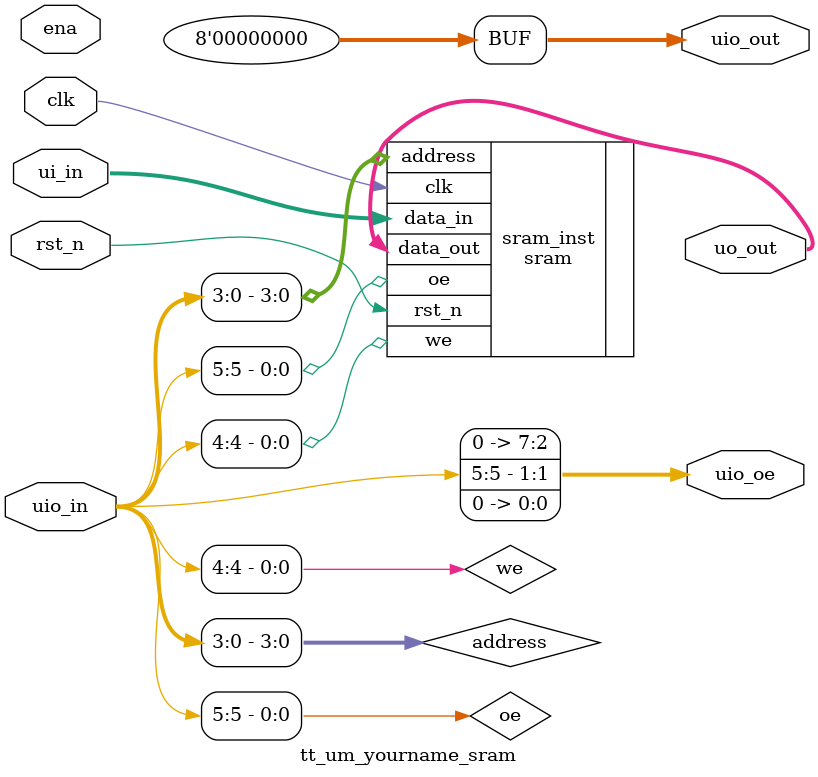
<source format=v>

`default_nettype none

module tt_um_yourname_sram (
    input  wire [7:0] ui_in,    // Data input (8 bits)
    output wire [7:0] uo_out,   // Data output (8 bits)
    input  wire [7:0] uio_in,   // Address and control signals input (8 bits)
    output wire [7:0] uio_out,  // Address and control signals output (8 bits)
    output wire [7:0] uio_oe,   // Output enable control
    input  wire       ena,      // Enable (always 1)
    input  wire       clk,      // Clock
    input  wire       rst_n     // Reset (active low)
);

    // Extract signals
    wire [3:0] address = uio_in[3:0]; // 4-bit address (16 locations)
    wire       we      = uio_in[4];   // Write Enable
    wire       oe      = uio_in[5];   // Output Enable

    sram #(
        .ADDR_WIDTH(4),  // 4-bit address space (16 bytes)
        .DATA_WIDTH(8)   // 8-bit data width
    ) sram_inst (
        .clk      (clk),
        .rst_n    (rst_n),
        .we       (we),
        .oe       (oe),
        .address  (address),
        .data_in  (ui_in),
        .data_out (uo_out)
    );

    // Assign output enable control
    assign uio_oe = {6'h0, oe, 1'h0};  // Only bit 5 (for oe) is enabled

    // Unused outputs to zero
    assign uio_out = 8'h00;

endmodule

</source>
